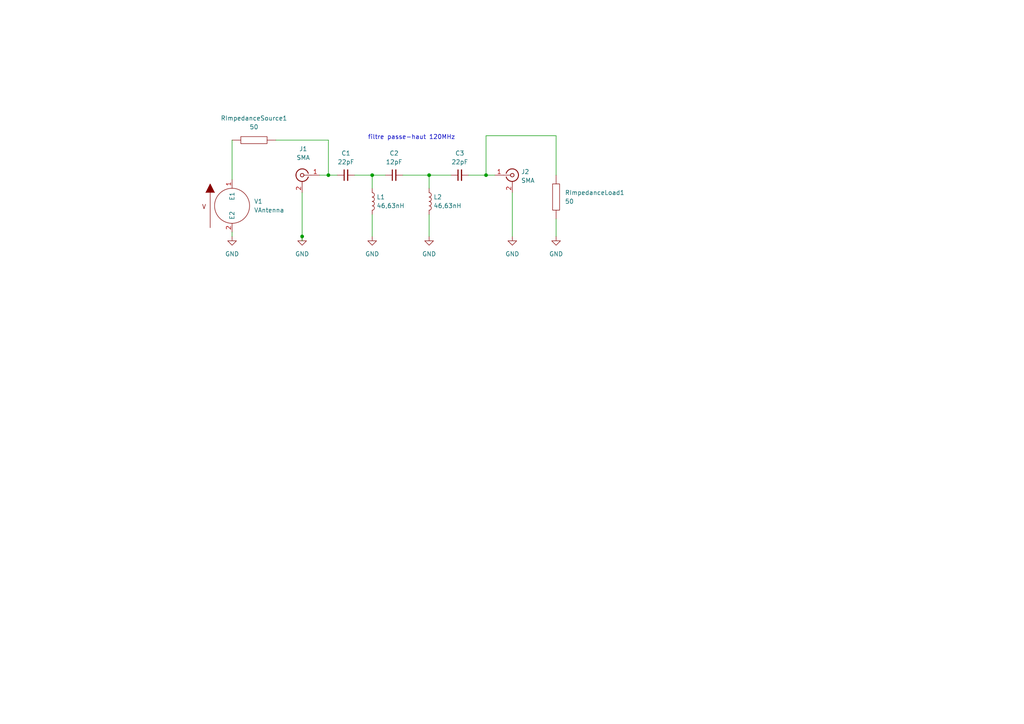
<source format=kicad_sch>
(kicad_sch (version 20230121) (generator eeschema)
  (paper "A4")
  (lib_symbols
    (symbol "Connector:Conn_Coaxial" (pin_names (offset 1.016) hide)
      (property "Reference" "J" (at 0.254 3.048 0))
      (property "Value" "Conn_Coaxial" (at 2.921 0 90))
      (symbol "Conn_Coaxial_0_1"
        (arc (start -1.778 -0.508) (mid 0.2311 -1.8066) (end 1.778 0) (stroke (width 0.254)))
        (polyline (pts (xy -2.54 0) (xy -0.508 0)))
        (polyline (pts (xy 0 -2.54) (xy 0 -1.778)))
        (circle (center 0 0) (radius 0.508) (stroke (width 0.2032)))
        (arc (start 1.778 0) (mid 0.2099 1.8101) (end -1.778 0.508) (stroke (width 0.254)))
      )
      (symbol "Conn_Coaxial_1_1"
        (pin passive line (at -5.08 0 0) (length 2.54) (name "In") (number "1"))
        (pin passive line (at 0 -5.08 90) (length 2.54) (name "Ext") (number "2"))
      )
    )
    (symbol "Device:C_Small" (pin_numbers hide) (pin_names (offset 0.254) hide)
      (property "Reference" "C" (at 0.254 1.778 0))
      (property "Value" "C_Small" (at 0.254 -2.032 0))
      (symbol "C_Small_0_1"
        (polyline (pts (xy -1.524 -0.508) (xy 1.524 -0.508)) (stroke (width 0.3302)))
        (polyline (pts (xy -1.524 0.508) (xy 1.524 0.508)) (stroke (width 0.3048)))
      )
      (symbol "C_Small_1_1"
        (pin passive line (at 0 2.54 270) (length 2.032) (name "~") (number "1"))
        (pin passive line (at 0 -2.54 90) (length 2.032) (name "~") (number "2"))
      )
    )
    (symbol "Device:L" (pin_numbers hide) (pin_names (offset 1.016) hide)
      (property "Reference" "L" (at -1.27 0 90))
      (property "Value" "L" (at 1.905 0 90))
      (symbol "L_0_1"
        (arc (start 0 -2.54) (mid 0.6323 -1.905) (end 0 -1.27))
        (arc (start 0 -1.27) (mid 0.6323 -0.635) (end 0 0))
        (arc (start 0 0) (mid 0.6323 0.635) (end 0 1.27))
        (arc (start 0 1.27) (mid 0.6323 1.905) (end 0 2.54))
      )
      (symbol "L_1_1"
        (pin passive line (at 0 3.81 270) (length 1.27) (name "1") (number "1"))
        (pin passive line (at 0 -3.81 90) (length 1.27) (name "2") (number "2"))
      )
    )
    (symbol "power:GND" (power) (pin_names (offset 0))
      (property "Value" "GND" (at 0 -3.81 0))
      (symbol "GND_0_1"
        (polyline (pts (xy 0 0) (xy 0 -1.27) (xy 1.27 -1.27) (xy 0 -2.54) (xy -1.27 -1.27) (xy 0 -1.27)))
      )
      (symbol "GND_1_1"
        (pin power_in line (at 0 0 270) (length 0) hide (name "GND") (number "1"))
      )
    )
    (symbol "pspice:R" (pin_numbers hide) (pin_names (offset 0))
      (property "Reference" "R" (at 2.032 0 90))
      (property "Value" "R" (at 0 0 90))
      (symbol "R_0_1"
        (rectangle (start -1.016 3.81) (end 1.016 -3.81))
      )
      (symbol "R_1_1"
        (pin passive line (at 0 6.35 270) (length 2.54) (name "~") (number "1"))
        (pin passive line (at 0 -6.35 90) (length 2.54) (name "~") (number "2"))
      )
    )
    (symbol "pspice:VSOURCE" (pin_names (offset 1.016))
      (property "Reference" "V" (at -6.35 7.62 0))
      (property "Value" "VSOURCE" (at 0 0 0))
      (symbol "VSOURCE_0_1"
        (polyline (pts (xy -6.35 -6.35) (xy -6.35 3.81)) (fill (type outline)))
        (polyline (pts (xy -7.62 3.81) (xy -6.35 6.35) (xy -5.08 3.81)) (fill (type outline)))
        (circle (center 0 0) (radius 5.08))
        (text "V" (at -8.128 -0.254 0) (effects (font (size 1.27 1.27))))
      )
      (symbol "VSOURCE_1_1"
        (pin input line (at 0 7.62 270) (length 2.54) (name "E1") (number "1"))
        (pin input line (at 0 -7.62 90) (length 2.54) (name "E2") (number "2"))
      )
    )
  )
  (junction (at 87.63 68.58))
  (junction (at 95.25 50.8))
  (junction (at 107.95 50.8))
  (junction (at 140.97 50.8))
  (junction (at 124.46 50.8))
  (wire (pts (xy 87.63 55.88) (xy 87.63 68.58)))
  (wire (pts (xy 140.97 39.37) (xy 140.97 50.8)))
  (wire (pts (xy 107.95 50.8) (xy 107.95 54.61)))
  (wire (pts (xy 116.84 50.8) (xy 124.46 50.8)))
  (wire (pts (xy 124.46 50.8) (xy 130.81 50.8)))
  (wire (pts (xy 140.97 39.37) (xy 161.29 39.37)))
  (wire (pts (xy 92.71 50.8) (xy 95.25 50.8)))
  (wire (pts (xy 87.63 68.58) (xy 87.63 69.85)))
  (wire (pts (xy 124.46 62.23) (xy 124.46 68.58)))
  (wire (pts (xy 102.87 50.8) (xy 107.95 50.8)))
  (wire (pts (xy 80.01 40.64) (xy 95.25 40.64)))
  (wire (pts (xy 161.29 63.5) (xy 161.29 68.58)))
  (wire (pts (xy 111.76 50.8) (xy 107.95 50.8)))
  (wire (pts (xy 95.25 50.8) (xy 97.79 50.8)))
  (wire (pts (xy 161.29 39.37) (xy 161.29 50.8)))
  (wire (pts (xy 140.97 50.8) (xy 143.51 50.8)))
  (wire (pts (xy 107.95 62.23) (xy 107.95 68.58)))
  (wire (pts (xy 67.31 67.31) (xy 67.31 68.58)))
  (wire (pts (xy 148.59 55.88) (xy 148.59 68.58)))
  (wire (pts (xy 67.31 40.64) (xy 67.31 52.07)))
  (wire (pts (xy 95.25 50.8) (xy 95.25 40.64)))
  (wire (pts (xy 124.46 50.8) (xy 124.46 54.61)))
  (wire (pts (xy 135.89 50.8) (xy 140.97 50.8)))
  (text "filtre passe-haut 120MHz" (at 106.68 40.64 0) (effects (font (size 1.27 1.27)) (justify left bottom)))
  (symbol (lib_id "pspice:R") (at 73.66 40.64 90) (unit 1) (in_bom no) (on_board no)
    (property "Reference" "RImpedanceSource1" (at 73.66 34.29 90))
    (property "Value" "50" (at 73.66 36.83 90))
  )
  (symbol (lib_id "power:GND") (at 124.46 68.58 0) (unit 1)
    (property "Reference" "#PWR0103" (effects hide))
    (property "Value" "GND" (at 124.46 73.66 0))
  )
  (symbol (lib_id "pspice:VSOURCE") (at 67.31 59.69 0) (unit 1) (in_bom no) (on_board no)
    (property "Reference" "V1" (at 73.66 58.4199 0) (effects (justify left)))
    (property "Value" "VAntenna" (at 73.66 60.9599 0) (effects (justify left)))
    (property "Sim.Device" "SPICE" (effects hide))
    (property "Sim.Params" "type=\"V\" model=\"dc 0 ac 1 sin(0 1 100000000)\" lib=\"\"" (effects hide))
    (property "Sim.Pins" "1=1 2=2" (effects hide))
  )
  (symbol (lib_id "Device:L") (at 124.46 58.42 0) (unit 1)
    (property "Reference" "L2" (at 125.73 57.1499 0) (effects (justify left)))
    (property "Value" "46,63nH" (at 125.73 59.6899 0) (effects (justify left)))
    (property "Footprint" "Inductor_THT:L_Axial_L9.5mm_D4.0mm_P12.70mm_Horizontal_Fastron_SMCC" (effects hide))
  )
  (symbol (lib_id "power:GND") (at 87.63 68.58 0) (unit 1)
    (property "Reference" "#PWR0101" (effects hide))
    (property "Value" "GND" (at 87.63 73.66 0))
  )
  (symbol (lib_id "Device:C_Small") (at 100.33 50.8 90) (unit 1)
    (property "Reference" "C1" (at 100.3363 44.45 90))
    (property "Value" "22pF" (at 100.3363 46.99 90))
    (property "Footprint" "Capacitor_SMD:C_0805_2012Metric_Pad1.18x1.45mm_HandSolder" (effects hide))
    (property "Sim.Device" "SPICE" (effects hide))
    (property "Sim.Params" "type=\"C\" model=\"22p\" lib=\"\"" (effects hide))
    (property "Sim.Pins" "1=1 2=2" (effects hide))
  )
  (symbol (lib_id "power:GND") (at 107.95 68.58 0) (unit 1)
    (property "Reference" "#PWR0104" (effects hide))
    (property "Value" "GND" (at 107.95 73.66 0))
  )
  (symbol (lib_id "Connector:Conn_Coaxial") (at 148.59 50.8 0) (unit 1)
    (property "Reference" "J2" (at 151.13 49.8231 0) (effects (justify left)))
    (property "Value" "SMA" (at 151.13 52.3631 0) (effects (justify left)))
    (property "Footprint" "Connector_Coaxial:SMA_Samtec_SMA-J-P-X-ST-EM1_EdgeMount" (effects hide))
    (property "Datasheet" " ~" (effects hide))
    (property "Sim.Enable" "0" (effects hide))
    (property "Sim.Device" "SPICE" (effects hide))
    (property "Sim.Pins" "1=1 2=2" (effects hide))
  )
  (symbol (lib_id "power:GND") (at 148.59 68.58 0) (unit 1)
    (property "Reference" "#PWR0102" (effects hide))
    (property "Value" "GND" (at 148.59 73.66 0))
  )
  (symbol (lib_id "pspice:R") (at 161.29 57.15 180) (unit 1) (in_bom no) (on_board no)
    (property "Reference" "RImpedanceLoad1" (at 163.83 55.8799 0) (effects (justify right)))
    (property "Value" "50" (at 163.83 58.4199 0) (effects (justify right)))
  )
  (symbol (lib_id "power:GND") (at 67.31 68.58 0) (unit 1)
    (property "Reference" "#PWR0106" (effects hide))
    (property "Value" "GND" (at 67.31 73.66 0))
  )
  (symbol (lib_id "Device:C_Small") (at 133.35 50.8 90) (unit 1)
    (property "Reference" "C3" (at 133.3563 44.45 90))
    (property "Value" "22pF" (at 133.3563 46.99 90))
    (property "Footprint" "Capacitor_SMD:C_0805_2012Metric_Pad1.18x1.45mm_HandSolder" (effects hide))
    (property "Sim.Device" "SPICE" (effects hide))
    (property "Sim.Params" "type=\"C\" model=\"22p\" lib=\"\"" (effects hide))
    (property "Sim.Pins" "1=1 2=2" (effects hide))
  )
  (symbol (lib_id "Device:L") (at 107.95 58.42 0) (unit 1)
    (property "Reference" "L1" (at 109.22 57.1499 0) (effects (justify left)))
    (property "Value" "46,63nH" (at 109.22 59.6899 0) (effects (justify left)))
    (property "Footprint" "Inductor_THT:L_Axial_L9.5mm_D4.0mm_P12.70mm_Horizontal_Fastron_SMCC" (effects hide))
    (property "Sim.Device" "SPICE" (effects hide))
    (property "Sim.Params" "type=\"L\" model=\"0.04836u\" lib=\"\"" (effects hide))
    (property "Sim.Pins" "1=1 2=2" (effects hide))
  )
  (symbol (lib_id "Connector:Conn_Coaxial") (at 87.63 50.8 0) (mirror y) (unit 1)
    (property "Reference" "J1" (at 87.9474 43.18 0))
    (property "Value" "SMA" (at 87.9474 45.72 0))
    (property "Footprint" "Connector_Coaxial:SMA_Samtec_SMA-J-P-X-ST-EM1_EdgeMount" (effects hide))
    (property "Datasheet" " ~" (effects hide))
    (property "Sim.Enable" "0" (effects hide))
    (property "Sim.Device" "SPICE" (effects hide))
    (property "Sim.Params" "type=\"X\" model=\"\" lib=\"\"" (effects hide))
    (property "Sim.Pins" "1=1 2=2" (effects hide))
  )
  (symbol (lib_id "power:GND") (at 161.29 68.58 0) (unit 1)
    (property "Reference" "#PWR0105" (effects hide))
    (property "Value" "GND" (at 161.29 73.66 0))
  )
  (symbol (lib_id "Device:C_Small") (at 114.3 50.8 90) (unit 1)
    (property "Reference" "C2" (at 114.3063 44.45 90))
    (property "Value" "12pF" (at 114.3063 46.99 90))
    (property "Footprint" "Capacitor_SMD:C_0805_2012Metric_Pad1.18x1.45mm_HandSolder" (effects hide))
  )
)
</source>
